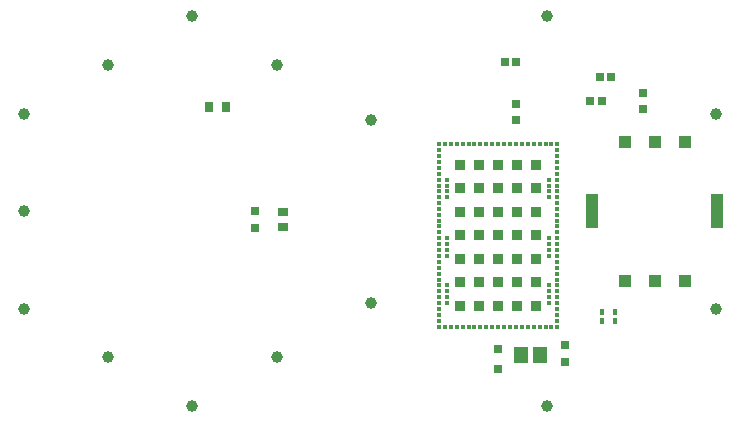
<source format=gbr>
%FSTAX23Y23*%
%MOIN*%
%SFA1B1*%

%IPPOS*%
%AMD21*
4,1,8,-0.019700,0.000000,-0.019700,0.000000,0.000000,-0.019700,0.000000,-0.019700,0.019700,0.000000,0.019700,0.000000,0.000000,0.019700,0.000000,0.019700,-0.019700,0.000000,0.0*
1,1,0.039370,0.000000,0.000000*
1,1,0.039370,0.000000,0.000000*
1,1,0.039370,0.000000,0.000000*
1,1,0.039370,0.000000,0.000000*
%
%AMD28*
4,1,8,-0.009800,0.017100,-0.009800,0.017100,-0.017100,-0.009800,-0.017100,-0.009800,0.009900,-0.017100,0.009900,-0.017100,0.017100,0.009800,0.017100,0.009800,-0.009800,0.017100,0.0*
1,1,0.039370,0.000000,0.000000*
1,1,0.039370,0.000000,0.000000*
1,1,0.039370,0.000000,0.000000*
1,1,0.039370,0.000000,0.000000*
%
%AMD29*
4,1,8,-0.009800,-0.017100,-0.009800,-0.017100,0.017100,-0.009800,0.017100,-0.009800,0.009800,0.017100,0.009800,0.017100,-0.017100,0.009800,-0.017100,0.009800,-0.009800,-0.017100,0.0*
1,1,0.039370,0.000000,0.000000*
1,1,0.039370,0.000000,0.000000*
1,1,0.039370,0.000000,0.000000*
1,1,0.039370,0.000000,0.000000*
%
%ADD10R,0.011811X0.021874*%
%ADD11R,0.012000X0.012000*%
%ADD12R,0.032000X0.032000*%
%ADD13R,0.012000X0.012000*%
%ADD14R,0.031496X0.025811*%
%ADD15R,0.049395X0.057331*%
%ADD16R,0.027559X0.027559*%
%ADD17R,0.039000X0.043000*%
%ADD19R,0.025197X0.035039*%
%ADD20R,0.027559X0.025591*%
G04~CAMADD=21~8~0.0~0.0~393.7~393.7~196.9~0.0~15~0.0~0.0~0.0~0.0~0~0.0~0.0~0.0~0.0~0~0.0~0.0~0.0~90.0~394.0~393.0*
%ADD21D21*%
%ADD22R,0.037401X0.031496*%
%ADD23R,0.030709X0.029134*%
%ADD27R,0.039000X0.118000*%
G04~CAMADD=28~8~0.0~0.0~393.7~393.7~196.9~0.0~15~0.0~0.0~0.0~0.0~0~0.0~0.0~0.0~0.0~0~0.0~0.0~0.0~30.0~392.0~392.0*
%ADD28D28*%
G04~CAMADD=29~8~0.0~0.0~393.7~393.7~196.9~0.0~15~0.0~0.0~0.0~0.0~0~0.0~0.0~0.0~0.0~0~0.0~0.0~0.0~150.0~392.0~392.0*
%ADD29D29*%
%ADD30R,0.031496X0.031496*%
G54D10*
X00766Y-00365D03*
Y-00336D03*
X00809Y-00367D03*
Y-00338D03*
G54D11*
X00248Y-00307D03*
Y-00288D03*
Y-00268D03*
Y-00248D03*
Y-0015D03*
Y-0013D03*
Y-0011D03*
Y-00091D03*
Y00046D03*
Y00066D03*
Y00085D03*
Y00105D03*
X0059D03*
Y00085D03*
Y00066D03*
Y00046D03*
Y-00091D03*
Y-0011D03*
Y-0013D03*
Y-0015D03*
Y-00248D03*
Y-00268D03*
Y-00288D03*
Y-00307D03*
X00222Y-00366D03*
Y-00347D03*
Y-00327D03*
Y-00307D03*
Y-00288D03*
Y-00268D03*
Y-00248D03*
Y-00229D03*
Y-00209D03*
Y-00189D03*
Y-00169D03*
Y-0015D03*
Y-0013D03*
Y-0011D03*
Y-00091D03*
Y-00071D03*
Y-00051D03*
Y-00032D03*
Y-00012D03*
Y00007D03*
Y00026D03*
Y00046D03*
Y00066D03*
Y00085D03*
Y00105D03*
Y00125D03*
Y00144D03*
Y00164D03*
Y00184D03*
Y00204D03*
X00616D03*
Y00184D03*
Y00164D03*
Y00144D03*
Y00125D03*
Y00105D03*
Y00085D03*
Y00066D03*
Y00046D03*
Y00026D03*
Y00007D03*
Y-00012D03*
Y-00032D03*
Y-00051D03*
Y-00071D03*
Y-00091D03*
Y-0011D03*
Y-0013D03*
Y-0015D03*
Y-00169D03*
Y-00189D03*
Y-00209D03*
Y-00229D03*
Y-00248D03*
Y-00268D03*
Y-00288D03*
Y-00307D03*
Y-00327D03*
Y-00347D03*
Y-00366D03*
G54D12*
X00545Y00154D03*
Y00076D03*
Y-00002D03*
Y-00081D03*
Y-0016D03*
Y-00238D03*
Y-00317D03*
X00482Y00154D03*
Y00076D03*
Y-00002D03*
Y-00081D03*
Y-0016D03*
Y-00238D03*
Y-00317D03*
X00419Y00154D03*
Y00076D03*
Y-00002D03*
Y-00081D03*
Y-0016D03*
Y-00238D03*
Y-00317D03*
X00356Y00154D03*
Y00076D03*
Y-00002D03*
Y-00081D03*
Y-0016D03*
Y-00238D03*
Y-00317D03*
X00293Y00154D03*
Y00076D03*
Y-00002D03*
Y-00081D03*
Y-0016D03*
Y-00238D03*
Y-00317D03*
G54D13*
X00222Y00223D03*
X00242D03*
X00262D03*
X00281D03*
X00301D03*
X00321D03*
X0034D03*
X0036D03*
X0038D03*
X00399D03*
X00419D03*
X00439D03*
X00459D03*
X00478D03*
X00498D03*
X00518D03*
X00537D03*
X00557D03*
X00577D03*
X00596D03*
X00616D03*
Y-00386D03*
X00596D03*
X00577D03*
X00557D03*
X00537D03*
X00518D03*
X00498D03*
X00478D03*
X00459D03*
X00439D03*
X00419D03*
X00399D03*
X0038D03*
X0036D03*
X0034D03*
X00321D03*
X00301D03*
X00281D03*
X00262D03*
X00242D03*
X00222D03*
G54D14*
X00417Y-00461D03*
Y-00526D03*
G54D15*
X00494Y-0048D03*
X00559D03*
G54D16*
X00643Y-00504D03*
Y-00448D03*
X00903Y0034D03*
Y00395D03*
G54D17*
X00941Y0023D03*
X01041D03*
X00841D03*
X01041Y-00234D03*
X00841D03*
X00941D03*
G54D19*
X-00544Y00346D03*
X-00488D03*
G54D20*
X00479Y00303D03*
Y00356D03*
G54D21*
X-00006Y00305D03*
X-006Y-0065D03*
X-00006Y-00305D03*
X00581Y0065D03*
Y-0065D03*
X-00318Y-00487D03*
X-006Y0065D03*
X-00881Y00487D03*
G54D22*
X-00298Y-00004D03*
Y-00053D03*
G54D23*
X00442Y00498D03*
X00796Y00448D03*
X00765Y00367D03*
X00726D03*
X00757Y00448D03*
X0048Y00498D03*
G54D27*
X0115Y-00001D03*
X00732D03*
G54D28*
X01144Y00325D03*
X-01163Y-00325D03*
X-00881Y-00487D03*
X-00318Y00487D03*
G54D29*
X-01163Y0D03*
X01144Y-00325D03*
X-01163Y00325D03*
G54D30*
X-00391Y-00057D03*
Y00001D03*
M02*
</source>
